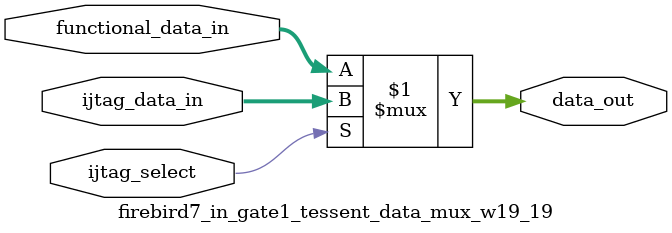
<source format=sv>

module firebird7_in_gate1_tessent_data_mux_w19_19 (
  input wire ijtag_select,
  input wire [18:0]  functional_data_in,
  input wire [18:0]  ijtag_data_in,
  output wire [18:0] data_out
);
assign data_out = (ijtag_select) ? ijtag_data_in : functional_data_in;
endmodule

</source>
